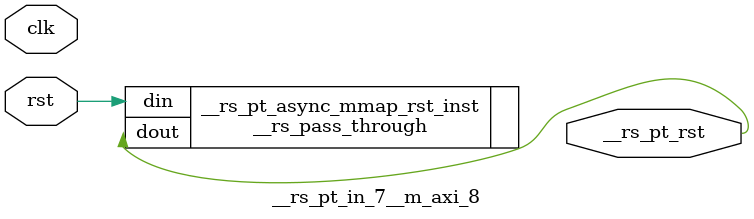
<source format=v>
`timescale 1 ns / 1 ps
/**   Generated by RapidStream   **/
module __rs_pt_in_7__m_axi_8 #(
    parameter BufferSize         = 32,
    parameter BufferSizeLog      = 5,
    parameter AddrWidth          = 64,
    parameter AxiSideAddrWidth   = 64,
    parameter DataWidth          = 512,
    parameter DataWidthBytesLog  = 6,
    parameter WaitTimeWidth      = 4,
    parameter BurstLenWidth      = 8,
    parameter EnableReadChannel  = 1,
    parameter EnableWriteChannel = 1,
    parameter MaxWaitTime        = 3,
    parameter MaxBurstLen        = 15
) (
    output wire __rs_pt_rst,
    input wire  clk,
    input wire  rst
);




__rs_pass_through #(
    .WIDTH (1)
) __rs_pt_async_mmap_rst_inst /**   Generated by RapidStream   **/ (
    .din  (rst),
    .dout (__rs_pt_rst)
);

endmodule  // __rs_pt_in_7__m_axi_8
</source>
